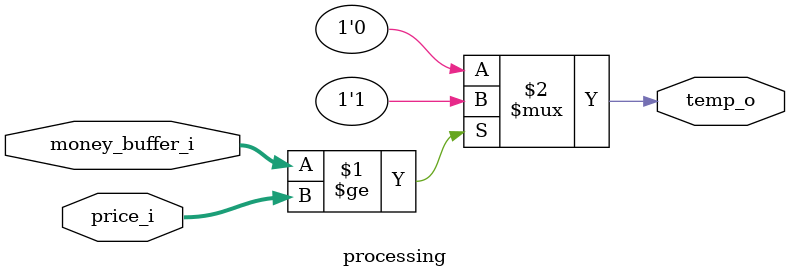
<source format=v>
module processing(
	input [4:0] money_buffer_i,
	input [3:0] price_i,
	output temp_o
	);

	assign temp_o = money_buffer_i >= price_i ? 1'b1 : 1'b0;
endmodule // processing
</source>
